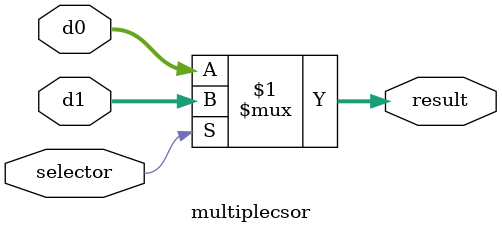
<source format=sv>
module multiplecsor #(parameter WIDTH = 8) (
input logic [WIDTH-1:0] d0, d1,
input logic selector,
output logic [WIDTH-1:0] result
);

assign result = selector ? d1 : d0;
endmodule

</source>
